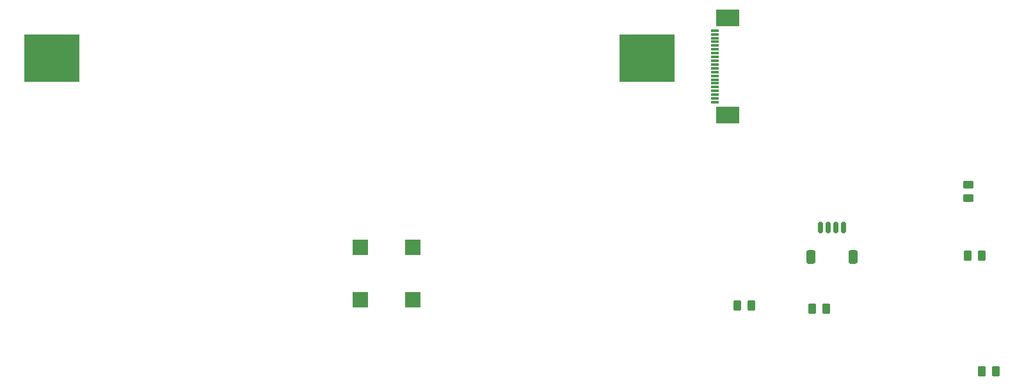
<source format=gtp>
G04 #@! TF.GenerationSoftware,KiCad,Pcbnew,(7.99.0-200-gad838e3d73)*
G04 #@! TF.CreationDate,2024-03-15T16:03:47+07:00*
G04 #@! TF.ProjectId,WMS,574d532e-6b69-4636-9164-5f7063625858,rev?*
G04 #@! TF.SameCoordinates,Original*
G04 #@! TF.FileFunction,Paste,Top*
G04 #@! TF.FilePolarity,Positive*
%FSLAX46Y46*%
G04 Gerber Fmt 4.6, Leading zero omitted, Abs format (unit mm)*
G04 Created by KiCad (PCBNEW (7.99.0-200-gad838e3d73)) date 2024-03-15 16:03:47*
%MOMM*%
%LPD*%
G01*
G04 APERTURE LIST*
G04 Aperture macros list*
%AMRoundRect*
0 Rectangle with rounded corners*
0 $1 Rounding radius*
0 $2 $3 $4 $5 $6 $7 $8 $9 X,Y pos of 4 corners*
0 Add a 4 corners polygon primitive as box body*
4,1,4,$2,$3,$4,$5,$6,$7,$8,$9,$2,$3,0*
0 Add four circle primitives for the rounded corners*
1,1,$1+$1,$2,$3*
1,1,$1+$1,$4,$5*
1,1,$1+$1,$6,$7*
1,1,$1+$1,$8,$9*
0 Add four rect primitives between the rounded corners*
20,1,$1+$1,$2,$3,$4,$5,0*
20,1,$1+$1,$4,$5,$6,$7,0*
20,1,$1+$1,$6,$7,$8,$9,0*
20,1,$1+$1,$8,$9,$2,$3,0*%
G04 Aperture macros list end*
%ADD10RoundRect,0.250000X-0.262500X-0.450000X0.262500X-0.450000X0.262500X0.450000X-0.262500X0.450000X0*%
%ADD11R,2.000000X2.000000*%
%ADD12RoundRect,0.250000X0.262500X0.450000X-0.262500X0.450000X-0.262500X-0.450000X0.262500X-0.450000X0*%
%ADD13R,7.340000X6.350000*%
%ADD14R,1.100000X0.300000*%
%ADD15R,3.100000X2.300000*%
%ADD16RoundRect,0.150000X-0.150000X-0.625000X0.150000X-0.625000X0.150000X0.625000X-0.150000X0.625000X0*%
%ADD17RoundRect,0.250000X-0.350000X-0.650000X0.350000X-0.650000X0.350000X0.650000X-0.350000X0.650000X0*%
%ADD18RoundRect,0.250000X0.450000X-0.262500X0.450000X0.262500X-0.450000X0.262500X-0.450000X-0.262500X0*%
G04 APERTURE END LIST*
D10*
X176991000Y-97891600D03*
X178816000Y-97891600D03*
D11*
X117149999Y-89743399D03*
X117149999Y-96743399D03*
X124149999Y-96743399D03*
X124149999Y-89743399D03*
D12*
X201244200Y-106222800D03*
X199419200Y-106222800D03*
D13*
X76406999Y-64744599D03*
X155066999Y-64744599D03*
D10*
X167085000Y-97485200D03*
X168910000Y-97485200D03*
D14*
X164058599Y-61046599D03*
X164058599Y-61546599D03*
X164058599Y-62046599D03*
X164058599Y-62546599D03*
X164058599Y-63046599D03*
X164058599Y-63546599D03*
X164058599Y-64046599D03*
X164058599Y-64546599D03*
X164058599Y-65046599D03*
X164058599Y-65546599D03*
X164058599Y-66046599D03*
X164058599Y-66546599D03*
X164058599Y-67046599D03*
X164058599Y-67546599D03*
X164058599Y-68046599D03*
X164058599Y-68546599D03*
X164058599Y-69046599D03*
X164058599Y-69546599D03*
X164058599Y-70046599D03*
X164058599Y-70546599D03*
D15*
X165758599Y-72216599D03*
X165758599Y-59376599D03*
D16*
X178072000Y-87184000D03*
X179072000Y-87184000D03*
X180072000Y-87184000D03*
X181072000Y-87184000D03*
D17*
X176772000Y-91059000D03*
X182372000Y-91059000D03*
D10*
X197561200Y-90906600D03*
X199386200Y-90906600D03*
D18*
X197586600Y-83286600D03*
X197586600Y-81461600D03*
M02*

</source>
